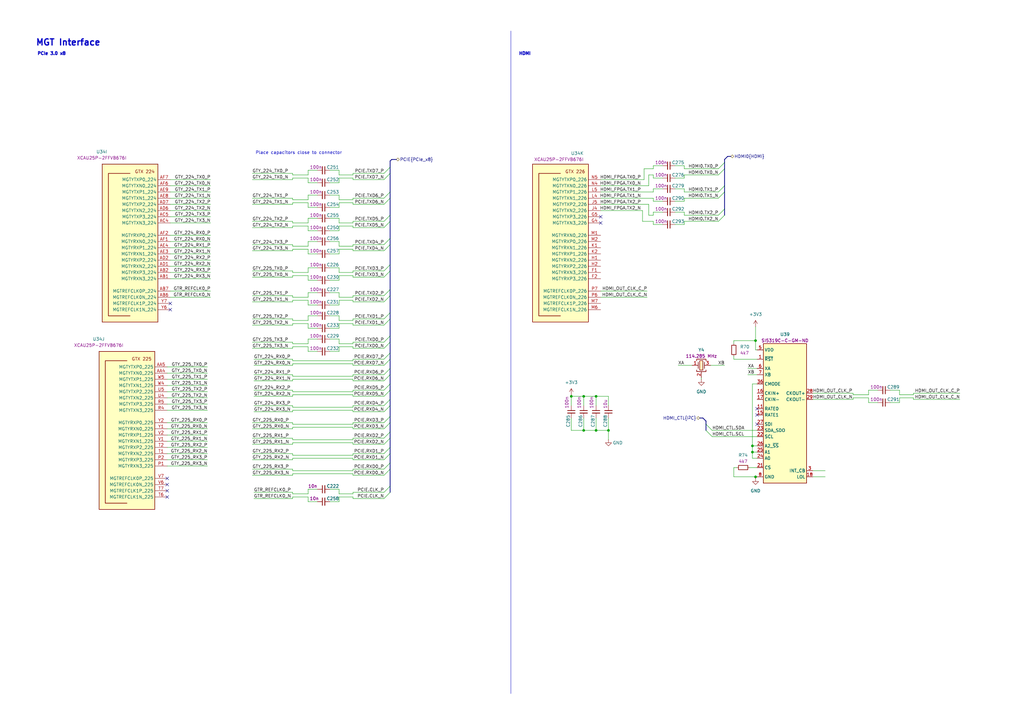
<source format=kicad_sch>
(kicad_sch (version 20230121) (generator eeschema)
  (paper "A3")
  (title_block (title "RDIMM DDR5 Tester") (date "2024-09-26") (rev "2.0.0") (comment 1 "www.antmicro.com") (comment 2 "Antmicro Ltd"))
  (junction (at 308.61 182.88))
  (junction (at 308.61 185.42))
  (junction (at 239.395 176.53))
  (junction (at 249.555 176.53))
  (junction (at 309.88 195.58))
  (junction (at 309.88 139.7))
  (junction (at 234.315 162.56))
  (junction (at 244.475 176.53))
  (junction (at 244.475 162.56))
  (junction (at 239.395 162.56))
  (no_connect (at 69.85 124.46))
  (no_connect (at 310.515 167.64))
  (no_connect (at 68.58 196.215))
  (no_connect (at 246.38 88.9))
  (no_connect (at 68.58 198.755))
  (no_connect (at 246.38 91.44))
  (no_connect (at 310.515 173.99))
  (no_connect (at 310.515 170.18))
  (no_connect (at 68.58 203.835))
  (no_connect (at 68.58 201.295))
  (no_connect (at 69.85 127))
  (bus_entry (at 292.1 179.07) (size -2.54 -2.54))
  (bus_entry (at 157.48 100.33) (size 2.54 -2.54))
  (bus_entry (at 157.48 111.125) (size 2.54 -2.54))
  (bus_entry (at 157.48 156.21) (size 2.54 -2.54))
  (bus_entry (at 294.64 69.215) (size 2.54 -2.54))
  (bus_entry (at 157.48 121.285) (size 2.54 -2.54))
  (bus_entry (at 157.48 73.66) (size 2.54 -2.54))
  (bus_entry (at 157.48 153.67) (size 2.54 -2.54))
  (bus_entry (at 157.48 194.945) (size 2.54 -2.54))
  (bus_entry (at 157.48 147.32) (size 2.54 -2.54))
  (bus_entry (at 157.48 166.37) (size 2.54 -2.54))
  (bus_entry (at 294.64 90.805) (size 2.54 -2.54))
  (bus_entry (at 294.64 71.755) (size 2.54 -2.54))
  (bus_entry (at 157.48 133.35) (size 2.54 -2.54))
  (bus_entry (at 157.48 149.86) (size 2.54 -2.54))
  (bus_entry (at 292.1 176.53) (size -2.54 -2.54))
  (bus_entry (at 157.48 102.87) (size 2.54 -2.54))
  (bus_entry (at 157.48 130.81) (size 2.54 -2.54))
  (bus_entry (at 157.48 204.47) (size 2.54 -2.54))
  (bus_entry (at 157.48 90.805) (size 2.54 -2.54))
  (bus_entry (at 157.48 83.82) (size 2.54 -2.54))
  (bus_entry (at 157.48 142.875) (size 2.54 -2.54))
  (bus_entry (at 157.48 93.345) (size 2.54 -2.54))
  (bus_entry (at 157.48 71.12) (size 2.54 -2.54))
  (bus_entry (at 157.48 182.245) (size 2.54 -2.54))
  (bus_entry (at 157.48 179.705) (size 2.54 -2.54))
  (bus_entry (at 157.48 81.28) (size 2.54 -2.54))
  (bus_entry (at 157.48 123.825) (size 2.54 -2.54))
  (bus_entry (at 157.48 113.665) (size 2.54 -2.54))
  (bus_entry (at 294.64 88.265) (size 2.54 -2.54))
  (bus_entry (at 294.64 78.74) (size 2.54 -2.54))
  (bus_entry (at 157.48 173.355) (size 2.54 -2.54))
  (bus_entry (at 157.48 188.595) (size 2.54 -2.54))
  (bus_entry (at 157.48 162.56) (size 2.54 -2.54))
  (bus_entry (at 294.64 81.28) (size 2.54 -2.54))
  (bus_entry (at 157.48 160.02) (size 2.54 -2.54))
  (bus_entry (at 157.48 201.93) (size 2.54 -2.54))
  (bus_entry (at 157.48 192.405) (size 2.54 -2.54))
  (bus_entry (at 157.48 186.055) (size 2.54 -2.54))
  (bus_entry (at 157.48 175.895) (size 2.54 -2.54))
  (bus_entry (at 157.48 140.335) (size 2.54 -2.54))
  (bus_entry (at 157.48 168.91) (size 2.54 -2.54))
  (wire (pts (xy 130.175 120.015) (xy 126.365 120.015)))
  (wire (pts (xy 144.78 73.025) (xy 144.78 73.66)))
  (wire (pts (xy 126.365 202.565) (xy 120.015 202.565)))
  (wire (pts (xy 126.365 140.97) (xy 120.015 140.97)))
  (wire (pts (xy 368.935 160.02) (xy 368.935 161.925)))
  (wire (pts (xy 120.015 90.805) (xy 120.015 91.44)))
  (wire (pts (xy 234.315 176.53) (xy 234.315 171.45)))
  (wire (pts (xy 264.16 69.215) (xy 267.97 69.215)))
  (wire (pts (xy 126.365 69.85) (xy 126.365 71.755)))
  (wire (pts (xy 300.99 139.7) (xy 309.88 139.7)))
  (wire (pts (xy 120.015 162.56) (xy 120.015 161.925)))
  (wire (pts (xy 120.015 160.655) (xy 144.78 160.655)))
  (wire (pts (xy 120.015 81.28) (xy 120.015 81.915)))
  (wire (pts (xy 244.475 166.37) (xy 244.475 162.56)))
  (wire (pts (xy 280.67 69.215) (xy 280.67 67.945)))
  (wire (pts (xy 135.255 109.855) (xy 139.065 109.855)))
  (wire (pts (xy 68.58 175.895) (xy 85.09 175.895)))
  (wire (pts (xy 68.58 186.055) (xy 85.09 186.055)))
  (wire (pts (xy 130.175 139.065) (xy 126.365 139.065)))
  (wire (pts (xy 120.015 186.055) (xy 103.505 186.055)))
  (wire (pts (xy 157.48 179.705) (xy 144.78 179.705)))
  (wire (pts (xy 280.67 88.265) (xy 280.67 86.995)))
  (wire (pts (xy 120.015 156.21) (xy 120.015 155.575)))
  (bus (pts (xy 160.02 121.285) (xy 160.02 128.27)))
  (wire (pts (xy 144.78 156.21) (xy 157.48 156.21)))
  (wire (pts (xy 139.065 71.755) (xy 144.78 71.755)))
  (wire (pts (xy 69.85 73.66) (xy 86.36 73.66)))
  (wire (pts (xy 120.015 130.81) (xy 103.505 130.81)))
  (bus (pts (xy 297.18 85.725) (xy 297.18 88.265)))
  (wire (pts (xy 139.065 132.715) (xy 139.065 134.62)))
  (wire (pts (xy 120.015 187.96) (xy 144.78 187.96)))
  (wire (pts (xy 139.065 73.025) (xy 139.065 74.93)))
  (wire (pts (xy 126.365 89.535) (xy 126.365 91.44)))
  (wire (pts (xy 130.175 80.01) (xy 126.365 80.01)))
  (wire (pts (xy 68.58 153.035) (xy 85.09 153.035)))
  (wire (pts (xy 120.015 93.345) (xy 103.505 93.345)))
  (wire (pts (xy 85.09 191.135) (xy 68.58 191.135)))
  (wire (pts (xy 349.885 161.29) (xy 349.885 161.925)))
  (wire (pts (xy 130.175 125.095) (xy 126.365 125.095)))
  (wire (pts (xy 120.015 133.35) (xy 103.505 133.35)))
  (wire (pts (xy 120.015 201.93) (xy 120.015 202.565)))
  (wire (pts (xy 68.58 158.115) (xy 85.09 158.115)))
  (wire (pts (xy 266.065 83.82) (xy 266.065 88.265)))
  (wire (pts (xy 120.015 194.31) (xy 144.78 194.31)))
  (wire (pts (xy 139.065 132.715) (xy 144.78 132.715)))
  (bus (pts (xy 160.02 68.58) (xy 160.02 71.12)))
  (wire (pts (xy 157.48 166.37) (xy 144.78 166.37)))
  (wire (pts (xy 120.015 182.245) (xy 120.015 181.61)))
  (wire (pts (xy 144.78 111.76) (xy 144.78 111.125)))
  (bus (pts (xy 160.02 153.67) (xy 160.02 157.48)))
  (wire (pts (xy 308.61 187.96) (xy 310.515 187.96)))
  (wire (pts (xy 374.65 161.29) (xy 374.65 161.925)))
  (wire (pts (xy 157.48 111.125) (xy 144.78 111.125)))
  (wire (pts (xy 144.78 187.96) (xy 144.78 188.595)))
  (wire (pts (xy 130.175 109.855) (xy 126.365 109.855)))
  (bus (pts (xy 297.18 66.675) (xy 297.18 69.215)))
  (bus (pts (xy 297.18 76.2) (xy 297.18 78.74)))
  (wire (pts (xy 266.065 88.265) (xy 267.97 88.265)))
  (wire (pts (xy 267.97 73.025) (xy 267.97 71.755)))
  (wire (pts (xy 104.14 147.32) (xy 120.015 147.32)))
  (bus (pts (xy 297.18 78.74) (xy 297.18 85.725)))
  (wire (pts (xy 271.78 82.55) (xy 267.97 82.55)))
  (wire (pts (xy 139.065 69.85) (xy 139.065 71.755)))
  (wire (pts (xy 135.255 99.06) (xy 139.065 99.06)))
  (wire (pts (xy 104.14 153.67) (xy 120.015 153.67)))
  (bus (pts (xy 160.02 160.02) (xy 160.02 163.83)))
  (wire (pts (xy 349.885 161.29) (xy 333.375 161.29)))
  (wire (pts (xy 69.85 76.2) (xy 86.36 76.2)))
  (bus (pts (xy 160.02 108.585) (xy 160.02 111.125)))
  (wire (pts (xy 135.255 89.535) (xy 139.065 89.535)))
  (wire (pts (xy 126.365 91.44) (xy 120.015 91.44)))
  (wire (pts (xy 276.86 77.47) (xy 280.67 77.47)))
  (wire (pts (xy 103.505 194.945) (xy 120.015 194.945)))
  (wire (pts (xy 308.61 182.88) (xy 308.61 185.42)))
  (wire (pts (xy 157.48 201.93) (xy 144.78 201.93)))
  (wire (pts (xy 300.99 140.97) (xy 300.99 139.7)))
  (wire (pts (xy 267.97 86.995) (xy 267.97 88.265)))
  (wire (pts (xy 292.1 179.07) (xy 310.515 179.07)))
  (bus (pts (xy 160.02 192.405) (xy 160.02 199.39)))
  (wire (pts (xy 309.88 195.58) (xy 309.88 196.215)))
  (wire (pts (xy 86.36 119.38) (xy 69.85 119.38)))
  (wire (pts (xy 144.78 83.82) (xy 157.48 83.82)))
  (wire (pts (xy 139.065 99.06) (xy 139.065 100.965)))
  (wire (pts (xy 244.475 176.53) (xy 239.395 176.53)))
  (wire (pts (xy 120.015 83.82) (xy 103.505 83.82)))
  (wire (pts (xy 360.045 165.1) (xy 356.235 165.1)))
  (wire (pts (xy 120.015 193.04) (xy 144.78 193.04)))
  (wire (pts (xy 368.935 163.195) (xy 368.935 165.1)))
  (wire (pts (xy 120.015 113.665) (xy 103.505 113.665)))
  (wire (pts (xy 246.38 73.66) (xy 264.16 73.66)))
  (wire (pts (xy 126.365 121.92) (xy 120.015 121.92)))
  (wire (pts (xy 69.85 96.52) (xy 86.36 96.52)))
  (wire (pts (xy 139.065 92.71) (xy 144.78 92.71)))
  (wire (pts (xy 120.015 140.335) (xy 103.505 140.335)))
  (wire (pts (xy 139.065 109.855) (xy 139.065 111.76)))
  (wire (pts (xy 120.015 186.055) (xy 120.015 186.69)))
  (wire (pts (xy 276.86 73.025) (xy 280.67 73.025)))
  (wire (pts (xy 271.78 73.025) (xy 267.97 73.025)))
  (wire (pts (xy 300.99 147.32) (xy 300.99 146.05)))
  (wire (pts (xy 306.705 151.13) (xy 310.515 151.13)))
  (wire (pts (xy 271.78 67.945) (xy 267.97 67.945)))
  (wire (pts (xy 139.065 113.03) (xy 139.065 114.935)))
  (wire (pts (xy 157.48 121.285) (xy 144.78 121.285)))
  (wire (pts (xy 126.365 134.62) (xy 126.365 132.715)))
  (wire (pts (xy 271.78 92.075) (xy 267.97 92.075)))
  (wire (pts (xy 144.78 91.44) (xy 144.78 90.805)))
  (wire (pts (xy 69.85 121.92) (xy 86.36 121.92)))
  (bus (pts (xy 160.02 71.12) (xy 160.02 78.74)))
  (wire (pts (xy 144.78 180.34) (xy 144.78 179.705)))
  (wire (pts (xy 144.78 142.875) (xy 157.48 142.875)))
  (wire (pts (xy 120.015 192.405) (xy 120.015 193.04)))
  (wire (pts (xy 139.065 91.44) (xy 144.78 91.44)))
  (wire (pts (xy 120.015 102.87) (xy 103.505 102.87)))
  (wire (pts (xy 135.255 144.145) (xy 139.065 144.145)))
  (wire (pts (xy 280.67 81.28) (xy 280.67 82.55)))
  (wire (pts (xy 120.015 175.26) (xy 144.78 175.26)))
  (wire (pts (xy 120.015 130.81) (xy 120.015 131.445)))
  (wire (pts (xy 287.655 154.94) (xy 287.655 155.575)))
  (wire (pts (xy 68.58 183.515) (xy 85.09 183.515)))
  (wire (pts (xy 68.58 168.275) (xy 85.09 168.275)))
  (wire (pts (xy 135.255 139.065) (xy 139.065 139.065)))
  (wire (pts (xy 157.48 140.335) (xy 144.78 140.335)))
  (wire (pts (xy 276.86 86.995) (xy 280.67 86.995)))
  (wire (pts (xy 144.78 149.86) (xy 157.48 149.86)))
  (wire (pts (xy 280.67 71.755) (xy 294.64 71.755)))
  (wire (pts (xy 120.015 153.67) (xy 120.015 154.305)))
  (bus (pts (xy 160.02 97.79) (xy 160.02 100.33)))
  (wire (pts (xy 104.14 156.21) (xy 120.015 156.21)))
  (wire (pts (xy 157.48 130.81) (xy 144.78 130.81)))
  (wire (pts (xy 130.175 114.935) (xy 126.365 114.935)))
  (bus (pts (xy 160.02 100.33) (xy 160.02 108.585)))
  (bus (pts (xy 289.56 172.72) (xy 289.56 173.99)))
  (bus (pts (xy 160.02 111.125) (xy 160.02 118.745)))
  (wire (pts (xy 139.065 203.835) (xy 139.065 205.74)))
  (wire (pts (xy 135.255 74.93) (xy 139.065 74.93)))
  (wire (pts (xy 69.85 99.06) (xy 86.36 99.06)))
  (wire (pts (xy 144.78 202.565) (xy 144.78 201.93)))
  (wire (pts (xy 130.175 129.54) (xy 126.365 129.54)))
  (wire (pts (xy 126.365 144.145) (xy 126.365 142.24)))
  (wire (pts (xy 68.58 163.195) (xy 85.09 163.195)))
  (wire (pts (xy 68.58 150.495) (xy 85.09 150.495)))
  (bus (pts (xy 160.02 173.355) (xy 160.02 177.165)))
  (wire (pts (xy 126.365 200.66) (xy 126.365 202.565)))
  (wire (pts (xy 69.85 106.68) (xy 86.36 106.68)))
  (wire (pts (xy 120.015 188.595) (xy 120.015 187.96)))
  (wire (pts (xy 104.14 149.86) (xy 120.015 149.86)))
  (wire (pts (xy 120.015 121.285) (xy 103.505 121.285)))
  (bus (pts (xy 160.02 186.055) (xy 160.02 189.865)))
  (wire (pts (xy 246.38 121.92) (xy 265.43 121.92)))
  (wire (pts (xy 120.015 186.69) (xy 144.78 186.69)))
  (wire (pts (xy 135.255 205.74) (xy 139.065 205.74)))
  (wire (pts (xy 244.475 171.45) (xy 244.475 176.53)))
  (wire (pts (xy 139.065 92.71) (xy 139.065 94.615)))
  (wire (pts (xy 139.065 120.015) (xy 139.065 121.92)))
  (wire (pts (xy 120.015 173.355) (xy 120.015 173.99)))
  (wire (pts (xy 139.065 81.915) (xy 144.78 81.915)))
  (wire (pts (xy 126.365 100.965) (xy 120.015 100.965)))
  (wire (pts (xy 120.015 166.37) (xy 120.015 167.005)))
  (wire (pts (xy 139.065 111.76) (xy 144.78 111.76)))
  (wire (pts (xy 130.175 69.85) (xy 126.365 69.85)))
  (wire (pts (xy 239.395 162.56) (xy 244.475 162.56)))
  (wire (pts (xy 139.065 89.535) (xy 139.065 91.44)))
  (wire (pts (xy 239.395 176.53) (xy 234.315 176.53)))
  (bus (pts (xy 160.02 78.74) (xy 160.02 81.28)))
  (wire (pts (xy 135.255 120.015) (xy 139.065 120.015)))
  (wire (pts (xy 68.58 180.975) (xy 85.09 180.975)))
  (wire (pts (xy 144.78 93.345) (xy 157.48 93.345)))
  (wire (pts (xy 126.365 111.76) (xy 120.015 111.76)))
  (wire (pts (xy 69.85 101.6) (xy 86.36 101.6)))
  (wire (pts (xy 126.365 104.14) (xy 130.175 104.14)))
  (wire (pts (xy 126.365 94.615) (xy 126.365 92.71)))
  (wire (pts (xy 69.85 111.76) (xy 86.36 111.76)))
  (wire (pts (xy 144.78 100.965) (xy 144.78 100.33)))
  (bus (pts (xy 160.02 199.39) (xy 160.02 201.93)))
  (wire (pts (xy 309.88 195.58) (xy 310.515 195.58)))
  (wire (pts (xy 356.235 160.02) (xy 356.235 161.925)))
  (bus (pts (xy 287.02 171.45) (xy 288.29 171.45)))
  (wire (pts (xy 249.555 180.34) (xy 249.555 176.53)))
  (wire (pts (xy 139.065 202.565) (xy 144.78 202.565)))
  (wire (pts (xy 120.015 192.405) (xy 103.505 192.405)))
  (wire (pts (xy 120.015 111.125) (xy 103.505 111.125)))
  (wire (pts (xy 246.38 86.36) (xy 263.525 86.36)))
  (wire (pts (xy 144.78 121.92) (xy 144.78 121.285)))
  (wire (pts (xy 120.015 121.285) (xy 120.015 121.92)))
  (wire (pts (xy 68.58 165.735) (xy 85.09 165.735)))
  (wire (pts (xy 130.175 85.09) (xy 126.365 85.09)))
  (wire (pts (xy 144.78 182.245) (xy 157.48 182.245)))
  (wire (pts (xy 144.78 149.225) (xy 144.78 149.86)))
  (wire (pts (xy 144.78 83.185) (xy 144.78 83.82)))
  (wire (pts (xy 120.015 167.005) (xy 144.78 167.005)))
  (wire (pts (xy 157.48 160.02) (xy 144.78 160.02)))
  (wire (pts (xy 130.175 205.74) (xy 126.365 205.74)))
  (wire (pts (xy 104.14 162.56) (xy 120.015 162.56)))
  (wire (pts (xy 126.365 85.09) (xy 126.365 83.185)))
  (wire (pts (xy 144.78 81.915) (xy 144.78 81.28)))
  (bus (pts (xy 160.02 90.805) (xy 160.02 97.79)))
  (bus (pts (xy 160.02 81.28) (xy 160.02 88.265)))
  (wire (pts (xy 120.015 160.02) (xy 120.015 160.655)))
  (wire (pts (xy 104.14 168.91) (xy 120.015 168.91)))
  (wire (pts (xy 139.065 123.19) (xy 144.78 123.19)))
  (wire (pts (xy 120.015 173.99) (xy 144.78 173.99)))
  (wire (pts (xy 126.365 205.74) (xy 126.365 203.835)))
  (wire (pts (xy 246.38 76.2) (xy 266.065 76.2)))
  (wire (pts (xy 120.015 71.12) (xy 120.015 71.755)))
  (wire (pts (xy 157.48 90.805) (xy 144.78 90.805)))
  (wire (pts (xy 365.125 165.1) (xy 368.935 165.1)))
  (wire (pts (xy 246.38 83.82) (xy 266.065 83.82)))
  (wire (pts (xy 120.015 204.47) (xy 120.015 203.835)))
  (wire (pts (xy 126.365 139.065) (xy 126.365 140.97)))
  (wire (pts (xy 120.015 81.28) (xy 103.505 81.28)))
  (wire (pts (xy 126.365 104.14) (xy 126.365 102.235)))
  (wire (pts (xy 120.015 93.345) (xy 120.015 92.71)))
  (wire (pts (xy 139.065 140.97) (xy 144.78 140.97)))
  (wire (pts (xy 266.065 71.755) (xy 267.97 71.755)))
  (wire (pts (xy 120.015 168.91) (xy 120.015 168.275)))
  (bus (pts (xy 160.02 137.795) (xy 160.02 140.335)))
  (wire (pts (xy 69.85 104.14) (xy 86.36 104.14)))
  (wire (pts (xy 144.78 168.275) (xy 144.78 168.91)))
  (bus (pts (xy 288.29 171.45) (xy 289.56 172.72)))
  (wire (pts (xy 265.43 119.38) (xy 246.38 119.38)))
  (wire (pts (xy 157.48 147.32) (xy 144.78 147.32)))
  (wire (pts (xy 157.48 100.33) (xy 144.78 100.33)))
  (wire (pts (xy 276.86 92.075) (xy 280.67 92.075)))
  (wire (pts (xy 139.065 113.03) (xy 144.78 113.03)))
  (wire (pts (xy 120.015 154.305) (xy 144.78 154.305)))
  (bus (pts (xy 160.02 130.81) (xy 160.02 137.795)))
  (wire (pts (xy 139.065 102.235) (xy 144.78 102.235)))
  (wire (pts (xy 276.86 82.55) (xy 280.67 82.55)))
  (bus (pts (xy 160.02 177.165) (xy 160.02 179.705)))
  (wire (pts (xy 249.555 166.37) (xy 249.555 162.56)))
  (wire (pts (xy 135.255 200.66) (xy 139.065 200.66)))
  (wire (pts (xy 120.015 123.825) (xy 120.015 123.19)))
  (wire (pts (xy 139.065 123.19) (xy 139.065 125.095)))
  (wire (pts (xy 69.85 109.22) (xy 86.36 109.22)))
  (wire (pts (xy 246.38 78.74) (xy 267.97 78.74)))
  (wire (pts (xy 104.14 201.93) (xy 120.015 201.93)))
  (wire (pts (xy 69.85 91.44) (xy 86.36 91.44)))
  (wire (pts (xy 144.78 204.47) (xy 157.48 204.47)))
  (bus (pts (xy 160.02 170.815) (xy 160.02 173.355)))
  (wire (pts (xy 280.67 78.74) (xy 294.64 78.74)))
  (wire (pts (xy 280.67 71.755) (xy 280.67 73.025)))
  (wire (pts (xy 144.78 175.26) (xy 144.78 175.895)))
  (bus (pts (xy 299.72 64.135) (xy 298.45 64.135)))
  (wire (pts (xy 130.175 99.06) (xy 126.365 99.06)))
  (bus (pts (xy 160.02 147.32) (xy 160.02 151.13)))
  (wire (pts (xy 144.78 73.66) (xy 157.48 73.66)))
  (bus (pts (xy 162.56 65.405) (xy 160.655 65.405)))
  (wire (pts (xy 69.85 88.9) (xy 86.36 88.9)))
  (wire (pts (xy 234.315 161.925) (xy 234.315 162.56)))
  (wire (pts (xy 308.61 185.42) (xy 310.515 185.42)))
  (wire (pts (xy 144.78 147.955) (xy 144.78 147.32)))
  (wire (pts (xy 120.015 111.125) (xy 120.015 111.76)))
  (wire (pts (xy 144.78 181.61) (xy 144.78 182.245)))
  (wire (pts (xy 144.78 133.35) (xy 157.48 133.35)))
  (wire (pts (xy 120.015 147.32) (xy 120.015 147.955)))
  (wire (pts (xy 120.015 155.575) (xy 144.78 155.575)))
  (wire (pts (xy 120.015 133.35) (xy 120.015 132.715)))
  (bus (pts (xy 160.02 183.515) (xy 160.02 186.055)))
  (wire (pts (xy 249.555 162.56) (xy 244.475 162.56)))
  (wire (pts (xy 144.78 173.99) (xy 144.78 173.355)))
  (wire (pts (xy 126.365 81.915) (xy 120.015 81.915)))
  (wire (pts (xy 249.555 171.45) (xy 249.555 176.53)))
  (wire (pts (xy 68.58 178.435) (xy 85.09 178.435)))
  (wire (pts (xy 120.015 149.225) (xy 144.78 149.225)))
  (wire (pts (xy 144.78 160.655) (xy 144.78 160.02)))
  (wire (pts (xy 120.015 194.945) (xy 120.015 194.31)))
  (wire (pts (xy 120.015 179.705) (xy 120.015 180.34)))
  (wire (pts (xy 120.015 180.34) (xy 144.78 180.34)))
  (wire (pts (xy 144.78 188.595) (xy 157.48 188.595)))
  (wire (pts (xy 120.015 83.185) (xy 126.365 83.185)))
  (bus (pts (xy 289.56 173.99) (xy 289.56 176.53)))
  (wire (pts (xy 234.315 162.56) (xy 239.395 162.56)))
  (wire (pts (xy 144.78 102.235) (xy 144.78 102.87)))
  (wire (pts (xy 144.78 113.665) (xy 157.48 113.665)))
  (wire (pts (xy 393.7 161.29) (xy 374.65 161.29)))
  (wire (pts (xy 120.015 142.875) (xy 103.505 142.875)))
  (bus (pts (xy 160.02 157.48) (xy 160.02 160.02)))
  (wire (pts (xy 126.365 125.095) (xy 126.365 123.19)))
  (wire (pts (xy 130.175 200.66) (xy 126.365 200.66)))
  (wire (pts (xy 157.48 192.405) (xy 144.78 192.405)))
  (wire (pts (xy 135.255 69.85) (xy 139.065 69.85)))
  (wire (pts (xy 120.015 203.835) (xy 126.365 203.835)))
  (wire (pts (xy 349.885 163.83) (xy 349.885 163.195)))
  (wire (pts (xy 139.065 102.235) (xy 139.065 104.14)))
  (wire (pts (xy 69.85 78.74) (xy 86.36 78.74)))
  (wire (pts (xy 120.015 182.245) (xy 103.505 182.245)))
  (wire (pts (xy 139.065 142.24) (xy 139.065 144.145)))
  (wire (pts (xy 349.885 163.83) (xy 333.375 163.83)))
  (wire (pts (xy 157.48 186.055) (xy 144.78 186.055)))
  (wire (pts (xy 267.97 67.945) (xy 267.97 69.215)))
  (wire (pts (xy 120.015 73.66) (xy 120.015 73.025)))
  (wire (pts (xy 139.065 129.54) (xy 139.065 131.445)))
  (wire (pts (xy 271.78 86.995) (xy 267.97 86.995)))
  (wire (pts (xy 271.78 77.47) (xy 267.97 77.47)))
  (wire (pts (xy 126.365 129.54) (xy 126.365 131.445)))
  (wire (pts (xy 120.015 92.71) (xy 126.365 92.71)))
  (wire (pts (xy 239.395 176.53) (xy 239.395 171.45)))
  (bus (pts (xy 160.02 179.705) (xy 160.02 183.515)))
  (wire (pts (xy 368.935 161.925) (xy 374.65 161.925)))
  (wire (pts (xy 310.515 147.32) (xy 300.99 147.32)))
  (wire (pts (xy 104.14 204.47) (xy 120.015 204.47)))
  (wire (pts (xy 120.015 123.825) (xy 103.505 123.825)))
  (wire (pts (xy 374.65 163.83) (xy 393.7 163.83)))
  (wire (pts (xy 126.365 131.445) (xy 120.015 131.445)))
  (wire (pts (xy 126.365 71.755) (xy 120.015 71.755)))
  (wire (pts (xy 333.375 195.58) (xy 338.455 195.58)))
  (bus (pts (xy 160.02 66.04) (xy 160.02 68.58)))
  (wire (pts (xy 267.97 82.55) (xy 267.97 81.28)))
  (bus (pts (xy 160.02 88.265) (xy 160.02 90.805)))
  (wire (pts (xy 267.97 77.47) (xy 267.97 78.74)))
  (wire (pts (xy 144.78 161.925) (xy 144.78 162.56)))
  (wire (pts (xy 309.88 195.58) (xy 300.99 195.58)))
  (wire (pts (xy 120.015 113.03) (xy 126.365 113.03)))
  (wire (pts (xy 69.85 81.28) (xy 86.36 81.28)))
  (bus (pts (xy 160.02 144.78) (xy 160.02 147.32)))
  (wire (pts (xy 144.78 194.945) (xy 157.48 194.945)))
  (bus (pts (xy 160.655 65.405) (xy 160.02 66.04)))
  (bus (pts (xy 160.02 166.37) (xy 160.02 170.815)))
  (wire (pts (xy 135.255 80.01) (xy 139.065 80.01)))
  (wire (pts (xy 144.78 142.24) (xy 144.78 142.875)))
  (wire (pts (xy 120.015 90.805) (xy 103.505 90.805)))
  (wire (pts (xy 308.61 157.48) (xy 308.61 182.88)))
  (wire (pts (xy 157.48 173.355) (xy 144.78 173.355)))
  (wire (pts (xy 120.015 188.595) (xy 103.505 188.595)))
  (wire (pts (xy 120.015 147.955) (xy 144.78 147.955)))
  (wire (pts (xy 263.525 86.36) (xy 263.525 90.805)))
  (wire (pts (xy 120.015 168.275) (xy 144.78 168.275)))
  (wire (pts (xy 139.065 121.92) (xy 144.78 121.92)))
  (wire (pts (xy 120.015 123.19) (xy 126.365 123.19)))
  (wire (pts (xy 126.365 114.935) (xy 126.365 113.03)))
  (wire (pts (xy 126.365 109.855) (xy 126.365 111.76)))
  (wire (pts (xy 135.255 134.62) (xy 139.065 134.62)))
  (bus (pts (xy 160.02 163.83) (xy 160.02 166.37)))
  (wire (pts (xy 120.015 100.33) (xy 103.505 100.33)))
  (wire (pts (xy 144.78 123.825) (xy 157.48 123.825)))
  (wire (pts (xy 266.065 76.2) (xy 266.065 71.755)))
  (wire (pts (xy 234.315 166.37) (xy 234.315 162.56)))
  (wire (pts (xy 300.99 191.77) (xy 302.26 191.77)))
  (wire (pts (xy 144.78 140.97) (xy 144.78 140.335)))
  (wire (pts (xy 120.015 100.33) (xy 120.015 100.965)))
  (wire (pts (xy 139.065 83.185) (xy 139.065 85.09)))
  (wire (pts (xy 309.88 143.51) (xy 310.515 143.51)))
  (wire (pts (xy 139.065 80.01) (xy 139.065 81.915)))
  (wire (pts (xy 104.14 160.02) (xy 120.015 160.02)))
  (wire (pts (xy 120.015 140.335) (xy 120.015 140.97)))
  (wire (pts (xy 249.555 176.53) (xy 244.475 176.53)))
  (wire (pts (xy 310.515 157.48) (xy 308.61 157.48)))
  (wire (pts (xy 276.86 67.945) (xy 280.67 67.945)))
  (wire (pts (xy 130.175 94.615) (xy 126.365 94.615)))
  (wire (pts (xy 135.255 94.615) (xy 139.065 94.615)))
  (wire (pts (xy 374.65 163.195) (xy 374.65 163.83)))
  (wire (pts (xy 144.78 162.56) (xy 157.48 162.56)))
  (wire (pts (xy 139.065 142.24) (xy 144.78 142.24)))
  (wire (pts (xy 309.88 133.985) (xy 309.88 139.7)))
  (wire (pts (xy 239.395 166.37) (xy 239.395 162.56)))
  (wire (pts (xy 291.465 149.86) (xy 297.18 149.86)))
  (wire (pts (xy 120.015 102.87) (xy 120.015 102.235)))
  (bus (pts (xy 297.18 65.405) (xy 297.18 66.675)))
  (wire (pts (xy 120.015 73.66) (xy 103.505 73.66)))
  (wire (pts (xy 130.175 134.62) (xy 126.365 134.62)))
  (wire (pts (xy 139.065 83.185) (xy 144.78 83.185)))
  (wire (pts (xy 144.78 131.445) (xy 144.78 130.81)))
  (wire (pts (xy 126.365 99.06) (xy 126.365 100.965)))
  (wire (pts (xy 356.235 161.925) (xy 349.885 161.925)))
  (wire (pts (xy 308.61 185.42) (xy 308.61 187.96)))
  (bus (pts (xy 160.02 140.335) (xy 160.02 144.78)))
  (wire (pts (xy 144.78 168.91) (xy 157.48 168.91)))
  (bus (pts (xy 160.02 189.865) (xy 160.02 192.405)))
  (wire (pts (xy 120.015 71.12) (xy 103.505 71.12)))
  (wire (pts (xy 144.78 132.715) (xy 144.78 133.35)))
  (wire (pts (xy 135.255 125.095) (xy 139.065 125.095)))
  (wire (pts (xy 126.365 80.01) (xy 126.365 81.915)))
  (wire (pts (xy 144.78 193.04) (xy 144.78 192.405)))
  (wire (pts (xy 144.78 203.835) (xy 144.78 204.47)))
  (wire (pts (xy 157.48 81.28) (xy 144.78 81.28)))
  (wire (pts (xy 139.065 73.025) (xy 144.78 73.025)))
  (wire (pts (xy 144.78 154.305) (xy 144.78 153.67)))
  (wire (pts (xy 135.255 114.935) (xy 139.065 114.935)))
  (polyline (pts (xy 209.55 284.48) (xy 209.55 12.7)))
  (wire (pts (xy 307.34 191.77) (xy 310.515 191.77)))
  (wire (pts (xy 144.78 71.755) (xy 144.78 71.12)))
  (wire (pts (xy 308.61 182.88) (xy 310.515 182.88)))
  (wire (pts (xy 368.935 163.195) (xy 374.65 163.195)))
  (wire (pts (xy 144.78 175.895) (xy 157.48 175.895)))
  (wire (pts (xy 120.015 179.705) (xy 103.505 179.705)))
  (wire (pts (xy 135.255 104.14) (xy 139.065 104.14)))
  (wire (pts (xy 120.015 73.025) (xy 126.365 73.025)))
  (wire (pts (xy 144.78 113.03) (xy 144.78 113.665)))
  (wire (pts (xy 126.365 74.93) (xy 126.365 73.025)))
  (wire (pts (xy 120.015 181.61) (xy 144.78 181.61)))
  (wire (pts (xy 144.78 102.87) (xy 157.48 102.87)))
  (wire (pts (xy 144.78 194.31) (xy 144.78 194.945)))
  (wire (pts (xy 139.065 139.065) (xy 139.065 140.97)))
  (wire (pts (xy 69.85 83.82) (xy 86.36 83.82)))
  (wire (pts (xy 333.375 193.04) (xy 338.455 193.04)))
  (wire (pts (xy 306.705 153.67) (xy 310.515 153.67)))
  (wire (pts (xy 280.67 90.805) (xy 280.67 92.075)))
  (wire (pts (xy 68.58 160.655) (xy 85.09 160.655)))
  (wire (pts (xy 278.13 149.86) (xy 283.845 149.86)))
  (wire (pts (xy 120.015 175.895) (xy 120.015 175.26)))
  (wire (pts (xy 120.015 175.895) (xy 103.505 175.895)))
  (wire (pts (xy 130.175 74.93) (xy 126.365 74.93)))
  (wire (pts (xy 356.235 165.1) (xy 356.235 163.195)))
  (wire (pts (xy 120.015 102.235) (xy 126.365 102.235)))
  (wire (pts (xy 68.58 173.355) (xy 85.09 173.355)))
  (wire (pts (xy 69.85 86.36) (xy 86.36 86.36)))
  (wire (pts (xy 120.015 142.875) (xy 120.015 142.24)))
  (bus (pts (xy 160.02 151.13) (xy 160.02 153.67)))
  (wire (pts (xy 267.97 92.075) (xy 267.97 90.805)))
  (wire (pts (xy 120.015 149.86) (xy 120.015 149.225)))
  (wire (pts (xy 365.125 160.02) (xy 368.935 160.02)))
  (wire (pts (xy 120.015 83.82) (xy 120.015 83.185)))
  (wire (pts (xy 300.99 195.58) (xy 300.99 191.77)))
  (wire (pts (xy 263.525 90.805) (xy 267.97 90.805)))
  (wire (pts (xy 126.365 120.015) (xy 126.365 121.92)))
  (wire (pts (xy 280.67 90.805) (xy 294.64 90.805)))
  (wire (pts (xy 144.78 92.71) (xy 144.78 93.345)))
  (wire (pts (xy 130.175 89.535) (xy 126.365 89.535)))
  (wire (pts (xy 349.885 163.195) (xy 356.235 163.195)))
  (wire (pts (xy 280.67 78.74) (xy 280.67 77.47)))
  (wire (pts (xy 139.065 131.445) (xy 144.78 131.445)))
  (wire (pts (xy 104.14 166.37) (xy 120.015 166.37)))
  (bus (pts (xy 160.02 118.745) (xy 160.02 121.285)))
  (wire (pts (xy 280.67 81.28) (xy 294.64 81.28)))
  (wire (pts (xy 360.045 160.02) (xy 356.235 160.02)))
  (wire (pts (xy 120.015 173.355) (xy 103.505 173.355)))
  (bus (pts (xy 297.18 65.405) (xy 298.45 64.135)))
  (wire (pts (xy 280.67 69.215) (xy 294.64 69.215)))
  (wire (pts (xy 157.48 153.67) (xy 144.78 153.67)))
  (wire (pts (xy 139.065 203.835) (xy 144.78 203.835)))
  (wire (pts (xy 130.175 144.145) (xy 126.365 144.145)))
  (wire (pts (xy 135.255 85.09) (xy 139.065 85.09)))
  (wire (pts (xy 144.78 167.005) (xy 144.78 166.37)))
  (wire (pts (xy 86.36 114.3) (xy 69.85 114.3)))
  (wire (pts (xy 135.255 129.54) (xy 139.065 129.54)))
  (wire (pts (xy 120.015 132.715) (xy 126.365 132.715)))
  (wire (pts (xy 120.015 161.925) (xy 144.78 161.925)))
  (wire (pts (xy 144.78 186.69) (xy 144.78 186.055)))
  (wire (pts (xy 144.78 155.575) (xy 144.78 156.21)))
  (wire (pts (xy 292.1 176.53) (xy 310.515 176.53)))
  (bus (pts (xy 160.02 128.27) (xy 160.02 130.81)))
  (wire (pts (xy 120.015 142.24) (xy 126.365 142.24)))
  (wire (pts (xy 157.48 71.12) (xy 144.78 71.12)))
  (wire (pts (xy 139.065 100.965) (xy 144.78 100.965)))
  (wire (pts (xy 144.78 123.19) (xy 144.78 123.825)))
  (wire (pts (xy 264.16 73.66) (xy 264.16 69.215)))
  (wire (pts (xy 246.38 81.28) (xy 267.97 81.28)))
  (bus (pts (xy 297.18 69.215) (xy 297.18 76.2)))
  (wire (pts (xy 309.88 139.7) (xy 309.88 143.51)))
  (wire (pts (xy 139.065 200.66) (xy 139.065 202.565)))
  (wire (pts (xy 68.58 188.595) (xy 85.09 188.595)))
  (wire (pts (xy 280.67 88.265) (xy 294.64 88.265)))
  (wire (pts (xy 120.015 113.665) (xy 120.015 113.03)))
  (wire (pts (xy 68.58 155.575) (xy 85.09 155.575)))
  (text "Place capacitors close to connector" (at 104.775 63.5 0) (effects (font (size 1.27 1.27)) (justify left bottom)))
  (text "PCIe 3.0 x8" (at 15.24 22.86 0) (effects (font (size 1.27 1.27) (thickness 0.4978) bold) (justify left bottom)))
  (text "MGT Interface" (at 14.605 19.05 0) (effects (font (size 2.54 2.54) (thickness 0.4978) bold) (justify left bottom)))
  (text "HDMI" (at 212.725 22.86 0) (effects (font (size 1.27 1.27) (thickness 0.4978) bold) (justify left bottom)))
  (label "GTY_225_TX2_P" (at 85.09 160.655 180))
  (label "GTY_225_RX2_P" (at 103.505 186.055 0))
  (label "GTY_225_RX1_N" (at 103.505 182.245 0))
  (label "PCIE.TXD5_N" (at 157.48 93.345 180))
  (label "PCIE.TXD2_N" (at 157.48 123.825 180))
  (label "GTY_224_TX1_P" (at 103.505 81.28 0))
  (label "PCIE.TXD7_P" (at 157.48 71.12 180))
  (label "HDMI0.TX2_P" (at 294.64 88.265 180))
  (label "PCIE.RXD2_N" (at 157.48 182.245 180))
  (label "PCIE.RXD1_N" (at 157.48 188.595 180))
  (label "PCIE.TXD2_P" (at 157.48 121.285 180))
  (label "PCIE.RXD2_P" (at 157.48 179.705 180))
  (label "HDMI0.TX1_N" (at 294.64 81.28 180))
  (label "PCIE.TXD0_N" (at 157.48 142.875 180))
  (label "GTY_224_RX0_N" (at 86.36 99.06 180))
  (label "GTY_225_TX1_P" (at 85.09 155.575 180))
  (label "GTY_225_RX3_P" (at 103.505 192.405 0))
  (label "PCIE.RXD3_N" (at 157.48 175.895 180))
  (label "GTY_225_TX3_P" (at 103.505 140.335 0))
  (label "GTY_225_TX2_P" (at 103.505 130.81 0))
  (label "GTY_224_TX3_N" (at 86.36 91.44 180))
  (label "HDMI_CTL.SDA" (at 292.1 176.53 0))
  (label "GTY_225_TX1_N" (at 103.505 123.825 0))
  (label "GTY_224_TX0_P" (at 86.36 73.66 180))
  (label "GTY_224_TX1_N" (at 103.505 83.82 0))
  (label "GTY_224_TX3_P" (at 86.36 88.9 180))
  (label "GTR_REFCLK0_N" (at 104.14 204.47 0))
  (label "GTY_225_TX0_P" (at 85.09 150.495 180))
  (label "GTY_225_RX2_N" (at 103.505 188.595 0))
  (label "GTY_225_RX0_P" (at 85.09 173.355 180))
  (label "PCIE.RXD7_P" (at 157.48 147.32 180))
  (label "GTY_224_RX0_P" (at 86.36 96.52 180))
  (label "PCIE.TXD5_P" (at 157.48 90.805 180))
  (label "HDMI0.TX1_P" (at 294.64 78.74 180))
  (label "GTY_224_TX1_N" (at 86.36 81.28 180))
  (label "GTY_224_TX3_P" (at 103.505 100.33 0))
  (label "PCIE.CLK_N" (at 157.48 204.47 180))
  (label "PCIE.RXD4_N" (at 157.48 168.91 180))
  (label "PCIE.RXD4_P" (at 157.48 166.37 180))
  (label "GTY_224_TX0_N" (at 86.36 76.2 180))
  (label "GTY_224_RX2_P" (at 86.36 106.68 180))
  (label "GTY_224_RX1_P" (at 86.36 101.6 180))
  (label "HDMI_CTL.SCL" (at 292.1 179.07 0))
  (label "GTY_224_RX3_N" (at 86.36 114.3 180))
  (label "HDMI0.TX2_N" (at 294.64 90.805 180))
  (label "XB" (at 297.18 149.86 180))
  (label "PCIE.TXD4_P" (at 157.48 100.33 180))
  (label "GTY_225_TX3_N" (at 103.505 142.875 0))
  (label "HDMI_OUT_CLK_C_P" (at 393.7 161.29 180))
  (label "GTY_224_RX1_P" (at 104.14 153.67 0))
  (label "GTY_225_RX2_P" (at 85.09 183.515 180))
  (label "GTY_225_TX0_P" (at 103.505 111.125 0))
  (label "GTY_224_RX2_N" (at 86.36 109.22 180))
  (label "PCIE.TXD3_N" (at 157.48 113.665 180))
  (label "GTY_225_RX1_P" (at 103.505 179.705 0))
  (label "PCIE.RXD7_N" (at 157.48 149.86 180))
  (label "XA" (at 278.13 149.86 0))
  (label "GTY_224_TX0_N" (at 103.505 73.66 0))
  (label "GTY_224_TX2_N" (at 103.505 93.345 0))
  (label "GTR_REFCLK0_P" (at 104.14 201.93 0))
  (label "PCIE.RXD1_P" (at 157.48 186.055 180))
  (label "HDMI_OUT_CLK_N" (at 333.375 163.83 0))
  (label "GTY_224_TX3_N" (at 103.505 102.87 0))
  (label "HDMI_FPGA.TX1_P" (at 262.89 78.74 180))
  (label "GTY_225_RX3_P" (at 85.09 188.595 180))
  (label "PCIE.TXD1_P" (at 157.48 130.81 180))
  (label "PCIE.TXD4_N" (at 157.48 102.87 180))
  (label "GTY_224_TX2_P" (at 86.36 83.82 180))
  (label "GTY_224_RX3_P" (at 104.14 166.37 0))
  (label "GTY_225_TX2_N" (at 85.09 163.195 180))
  (label "HDMI_OUT_CLK_C_N" (at 393.7 163.83 180))
  (label "GTY_225_TX3_N" (at 85.09 168.275 180))
  (label "GTY_225_TX0_N" (at 103.505 113.665 0))
  (label "GTY_225_RX0_P" (at 103.505 173.355 0))
  (label "GTY_225_TX1_P" (at 103.505 121.285 0))
  (label "GTY_224_RX0_P" (at 104.14 147.32 0))
  (label "HDMI_FPGA.TX2_P" (at 262.89 83.82 180))
  (label "GTY_225_TX1_N" (at 85.09 158.115 180))
  (label "PCIE.TXD6_P" (at 157.48 81.28 180))
  (label "GTY_225_RX0_N" (at 103.505 175.895 0))
  (label "HDMI_FPGA.TX0_P" (at 262.89 73.66 180))
  (label "HDMI_FPGA.TX1_N" (at 262.89 81.28 180))
  (label "XB" (at 306.705 153.67 0))
  (label "GTY_224_TX0_P" (at 103.505 71.12 0))
  (label "GTY_224_RX1_N" (at 86.36 104.14 180))
  (label "PCIE.RXD0_P" (at 157.48 192.405 180))
  (label "GTY_225_TX2_N" (at 103.505 133.35 0))
  (label "GTY_225_RX1_N" (at 85.09 180.975 180))
  (label "GTY_225_RX3_N" (at 103.505 194.945 0))
  (label "PCIE.TXD3_P" (at 157.48 111.125 180))
  (label "PCIE.RXD3_P" (at 157.48 173.355 180))
  (label "GTY_224_RX3_P" (at 86.36 111.76 180))
  (label "GTY_225_RX3_N" (at 85.09 191.135 180))
  (label "PCIE.RXD6_P" (at 157.48 153.67 180))
  (label "XA" (at 306.705 151.13 0))
  (label "PCIE.CLK_P" (at 157.48 201.93 180))
  (label "GTR_REFCLK0_P" (at 86.36 119.38 180))
  (label "GTY_224_RX0_N" (at 104.14 149.86 0))
  (label "PCIE.TXD1_N" (at 157.48 133.35 180))
  (label "HDMI0.TX0_N" (at 294.64 71.755 180))
  (label "GTY_225_TX3_P" (at 85.09 165.735 180))
  (label "PCIE.TXD6_N" (at 157.48 83.82 180))
  (label "PCIE.RXD5_N" (at 157.48 162.56 180))
  (label "GTY_225_RX0_N" (at 85.09 175.895 180))
  (label "HDMI_OUT_CLK_C_N" (at 265.43 121.92 180))
  (label "HDMI_FPGA.TX0_N" (at 262.89 76.2 180))
  (label "PCIE.TXD0_P" (at 157.48 140.335 180))
  (label "HDMI_OUT_CLK_C_P" (at 265.43 119.38 180))
  (label "GTY_224_RX1_N" (at 104.14 156.21 0))
  (label "GTY_224_TX2_N" (at 86.36 86.36 180))
  (label "GTY_225_RX1_P" (at 85.09 178.435 180))
  (label "GTY_225_TX0_N" (at 85.09 153.035 180))
  (label "GTY_224_RX2_P" (at 104.14 160.02 0))
  (label "GTY_225_RX2_N" (at 85.09 186.055 180))
  (label "GTY_224_RX3_N" (at 104.14 168.91 0))
  (label "GTR_REFCLK0_N" (at 86.36 121.92 180))
  (label "HDMI0.TX0_P" (at 294.64 69.215 180))
  (label "HDMI_OUT_CLK_P" (at 333.375 161.29 0))
  (label "PCIE.RXD0_N" (at 157.48 194.945 180))
  (label "PCIE.RXD6_N" (at 157.48 156.21 180))
  (label "GTY_224_RX2_N" (at 104.14 162.56 0))
  (label "PCIE.TXD7_N" (at 157.48 73.66 180))
  (label "PCIE.RXD5_P" (at 157.48 160.02 180))
  (label "GTY_224_TX2_P" (at 103.505 90.805 0))
  (label "HDMI_FPGA.TX2_N" (at 262.89 86.36 180))
  (label "GTY_224_TX1_P" (at 86.36 78.74 180))
  (hierarchical_label "HDMI0{HDMI}" (shape bidirectional) (at 299.72 64.135 0))
  (hierarchical_label "PCIE{PCIe_x8}" (shape bidirectional) (at 162.56 65.405 0))
  (hierarchical_label "HDMI_CTL{I^{2}C}" (shape bidirectional) (at 287.02 171.45 180))
  (symbol (lib_id "antmicropower:+3V3") (at 234.315 161.925 0) (unit 1)
    (property "Reference" "#PWR0468" (effects hide))
    (property "Value" "+3V3" (at 234.315 156.845 0))
    (property "Author" "Antmicro" (effects hide))
    (property "License" "Apache-2.0" (effects hide))
  )
  (symbol (lib_id "antmicroCapacitors0402:C_100n_0402") (at 135.255 120.015 0) (mirror y) (unit 1)
    (property "Reference" "C227" (at 136.525 118.745 0))
    (property "Value" "C_100n_0402" (effects hide))
    (property "Footprint" "antmicro-footprints:C_0402_1005Metric" (effects hide))
    (property "Datasheet" "https://www.murata.com/products/productdetail?partno=GRM155R61H104KE14%23" (effects hide))
    (property "Manufacturer" "Murata" (effects hide))
    (property "MPN" "GRM155R61H104KE14D" (effects hide))
    (property "Val" "100n" (at 129.54 118.745 0))
    (property "License" "Apache-2.0" (effects hide))
    (property "Author" "Antmicro" (effects hide))
    (property "Voltage" "50V" (effects hide))
    (property "Dielectric" "X5R" (effects hide))
  )
  (symbol (lib_id "antmicropower:GND") (at 309.88 196.215 0) (unit 1)
    (property "Reference" "#PWR0473" (effects hide))
    (property "Value" "GND" (at 309.88 201.295 0))
    (property "Author" "Antmicro" (effects hide))
    (property "License" "Apache-2.0" (effects hide))
  )
  (symbol (lib_id "antmicroCapacitors0402:C_100n_0402") (at 365.125 160.02 0) (mirror y) (unit 1)
    (property "Reference" "C289" (at 366.395 158.75 0))
    (property "Value" "C_100n_0402" (effects hide))
    (property "Footprint" "antmicro-footprints:C_0402_1005Metric" (effects hide))
    (property "Datasheet" "https://www.murata.com/products/productdetail?partno=GRM155R61H104KE14%23" (effects hide))
    (property "Manufacturer" "Murata" (effects hide))
    (property "MPN" "GRM155R61H104KE14D" (effects hide))
    (property "Val" "100n" (at 359.41 158.75 0))
    (property "License" "Apache-2.0" (effects hide))
    (property "Author" "Antmicro" (effects hide))
    (property "Voltage" "50V" (effects hide))
    (property "Dielectric" "X5R" (effects hide))
  )
  (symbol (lib_id "antmicroFPGAChips:XCAU25P-2FFVB676I") (at 246.38 73.66 0) (mirror y) (unit 11)
    (property "Reference" "U34" (at 239.395 62.865 0) (effects (justify left)))
    (property "Value" "XCAU25P-2FFVB676I" (effects hide))
    (property "Footprint" "antmicro-footprints:BGA-676_27x27mm_Layout26x26_P1x1mm_FFVB676" (effects hide))
    (property "Datasheet" "https://docs.xilinx.com/viewer/book-attachment/2PXOpPtpaABIt0fkzeBLnw/hvbsEUaOT0OxFhln7VEVyA" (effects hide))
    (property "MPN" "XCAU25P-2FFVB676I" (at 239.395 65.405 0) (effects (justify left)))
    (property "Manufacturer" "AMD-Xilinx" (effects hide))
    (property "Author" "Antmicro" (effects hide))
    (property "License" "Apache-2.0" (effects hide))
  )
  (symbol (lib_id "antmicroFPGAChips:XCAU25P-2FFVB676I") (at 69.85 73.66 0) (mirror y) (unit 9)
    (property "Reference" "U34" (at 41.7485 62.23 0))
    (property "Value" "XCAU25P-2FFVB676I" (effects hide))
    (property "Footprint" "antmicro-footprints:BGA-676_27x27mm_Layout26x26_P1x1mm_FFVB676" (effects hide))
    (property "Datasheet" "https://docs.xilinx.com/viewer/book-attachment/2PXOpPtpaABIt0fkzeBLnw/hvbsEUaOT0OxFhln7VEVyA" (effects hide))
    (property "MPN" "XCAU25P-2FFVB676I" (at 41.7485 64.77 0))
    (property "Manufacturer" "AMD-Xilinx" (effects hide))
    (property "Author" "Antmicro" (effects hide))
    (property "License" "Apache-2.0" (effects hide))
  )
  (symbol (lib_id "antmicroCapacitors0402:C_100n_0402") (at 276.86 77.47 0) (mirror y) (unit 1)
    (property "Reference" "C279" (at 278.13 76.2 0))
    (property "Value" "C_100n_0402" (effects hide))
    (property "Footprint" "antmicro-footprints:C_0402_1005Metric" (effects hide))
    (property "Datasheet" "https://www.murata.com/products/productdetail?partno=GRM155R61H104KE14%23" (effects hide))
    (property "Manufacturer" "Murata" (effects hide))
    (property "MPN" "GRM155R61H104KE14D" (effects hide))
    (property "Val" "100n" (at 271.145 76.2 0))
    (property "License" "Apache-2.0" (effects hide))
    (property "Author" "Antmicro" (effects hide))
    (property "Voltage" "50V" (effects hide))
    (property "Dielectric" "X5R" (effects hide))
  )
  (symbol (lib_id "antmicroCapacitors0402:C_100n_0402") (at 234.315 166.37 270) (unit 1)
    (property "Reference" "C285" (at 233.045 172.72 0))
    (property "Value" "C_100n_0402" (effects hide))
    (property "Footprint" "antmicro-footprints:C_0402_1005Metric" (effects hide))
    (property "Datasheet" "https://www.murata.com/products/productdetail?partno=GRM155R61H104KE14%23" (effects hide))
    (property "MPN" "GRM155R61H104KE14D" (effects hide))
    (property "Manufacturer" "Murata" (effects hide))
    (property "License" "Apache-2.0" (effects hide))
    (property "Author" "Antmicro" (effects hide))
    (property "Val" "100n" (at 231.775 162.56 0) (effects (justify left bottom)))
    (property "Voltage" "50V" (effects hide))
    (property "Dielectric" "X5R" (effects hide))
  )
  (symbol (lib_id "antmicroCapacitors0402:C_100n_0402") (at 135.255 104.14 0) (mirror y) (unit 1)
    (property "Reference" "C257" (at 136.525 102.87 0))
    (property "Value" "C_100n_0402" (effects hide))
    (property "Footprint" "antmicro-footprints:C_0402_1005Metric" (effects hide))
    (property "Datasheet" "https://www.murata.com/products/productdetail?partno=GRM155R61H104KE14%23" (effects hide))
    (property "Manufacturer" "Murata" (effects hide))
    (property "MPN" "GRM155R61H104KE14D" (effects hide))
    (property "Val" "100n" (at 129.54 102.87 0))
    (property "License" "Apache-2.0" (effects hide))
    (property "Author" "Antmicro" (effects hide))
    (property "Voltage" "50V" (effects hide))
    (property "Dielectric" "X5R" (effects hide))
  )
  (symbol (lib_id "antmicroCapacitors0402:C_100n_0402") (at 244.475 166.37 270) (unit 1)
    (property "Reference" "C287" (at 243.205 172.72 0))
    (property "Value" "C_100n_0402" (effects hide))
    (property "Footprint" "antmicro-footprints:C_0402_1005Metric" (effects hide))
    (property "Datasheet" "https://www.murata.com/products/productdetail?partno=GRM155R61H104KE14%23" (effects hide))
    (property "MPN" "GRM155R61H104KE14D" (effects hide))
    (property "Manufacturer" "Murata" (effects hide))
    (property "License" "Apache-2.0" (effects hide))
    (property "Author" "Antmicro" (effects hide))
    (property "Val" "100n" (at 241.935 162.56 0) (effects (justify left bottom)))
    (property "Voltage" "50V" (effects hide))
    (property "Dielectric" "X5R" (effects hide))
  )
  (symbol (lib_id "antmicroCapacitors0402:C_100n_0402") (at 135.255 129.54 0) (mirror y) (unit 1)
    (property "Reference" "C228" (at 136.525 128.27 0))
    (property "Value" "C_100n_0402" (effects hide))
    (property "Footprint" "antmicro-footprints:C_0402_1005Metric" (effects hide))
    (property "Datasheet" "https://www.murata.com/products/productdetail?partno=GRM155R61H104KE14%23" (effects hide))
    (property "Manufacturer" "Murata" (effects hide))
    (property "MPN" "GRM155R61H104KE14D" (effects hide))
    (property "Val" "100n" (at 129.54 128.27 0))
    (property "License" "Apache-2.0" (effects hide))
    (property "Author" "Antmicro" (effects hide))
    (property "Voltage" "50V" (effects hide))
    (property "Dielectric" "X5R" (effects hide))
  )
  (symbol (lib_id "antmicroCapacitors0402:C_100n_0402") (at 239.395 166.37 270) (unit 1)
    (property "Reference" "C286" (at 238.125 172.72 0))
    (property "Value" "C_100n_0402" (effects hide))
    (property "Footprint" "antmicro-footprints:C_0402_1005Metric" (effects hide))
    (property "Datasheet" "https://www.murata.com/products/productdetail?partno=GRM155R61H104KE14%23" (effects hide))
    (property "MPN" "GRM155R61H104KE14D" (effects hide))
    (property "Manufacturer" "Murata" (effects hide))
    (property "License" "Apache-2.0" (effects hide))
    (property "Author" "Antmicro" (effects hide))
    (property "Val" "100n" (at 236.855 162.56 0) (effects (justify left bottom)))
    (property "Voltage" "50V" (effects hide))
    (property "Dielectric" "X5R" (effects hide))
  )
  (symbol (lib_id "antmicroCapacitors0402:C_100n_0402") (at 135.255 144.145 0) (mirror y) (unit 1)
    (property "Reference" "C232" (at 136.525 142.875 0))
    (property "Value" "C_100n_0402" (effects hide))
    (property "Footprint" "antmicro-footprints:C_0402_1005Metric" (effects hide))
    (property "Datasheet" "https://www.murata.com/products/productdetail?partno=GRM155R61H104KE14%23" (effects hide))
    (property "Manufacturer" "Murata" (effects hide))
    (property "MPN" "GRM155R61H104KE14D" (effects hide))
    (property "Val" "100n" (at 129.54 142.875 0))
    (property "License" "Apache-2.0" (effects hide))
    (property "Author" "Antmicro" (effects hide))
    (property "Voltage" "50V" (effects hide))
    (property "Dielectric" "X5R" (effects hide))
  )
  (symbol (lib_id "antmicroCapacitors0402:C_10n_0402") (at 130.175 200.66 0) (unit 1)
    (property "Reference" "C258" (at 136.525 204.47 0))
    (property "Value" "C_10n_0402" (effects hide))
    (property "Footprint" "antmicro-footprints:C_0402_1005Metric" (effects hide))
    (property "Datasheet" "https://www.murata.com/products/productdetail?partno=GRM155R71H103KA88%23" (effects hide))
    (property "MPN" "GRM155R71H103KA88D" (effects hide))
    (property "Manufacturer" "Murata" (effects hide))
    (property "License" "Apache-2.0" (effects hide))
    (property "Author" "Antmicro" (effects hide))
    (property "Val" "10n" (at 128.27 199.39 0))
    (property "Voltage" "50V" (effects hide))
    (property "Dielectric" "X7R" (effects hide))
  )
  (symbol (lib_id "antmicroCapacitors0402:C_100n_0402") (at 276.86 73.025 0) (mirror y) (unit 1)
    (property "Reference" "C276" (at 278.13 71.755 0))
    (property "Value" "C_100n_0402" (effects hide))
    (property "Footprint" "antmicro-footprints:C_0402_1005Metric" (effects hide))
    (property "Datasheet" "https://www.murata.com/products/productdetail?partno=GRM155R61H104KE14%23" (effects hide))
    (property "Manufacturer" "Murata" (effects hide))
    (property "MPN" "GRM155R61H104KE14D" (effects hide))
    (property "Val" "100n" (at 271.145 71.755 0))
    (property "License" "Apache-2.0" (effects hide))
    (property "Author" "Antmicro" (effects hide))
    (property "Voltage" "50V" (effects hide))
    (property "Dielectric" "X5R" (effects hide))
  )
  (symbol (lib_id "antmicroCapacitors0402:C_10n_0402") (at 130.175 205.74 0) (unit 1)
    (property "Reference" "C222" (at 136.525 199.39 0))
    (property "Value" "C_10n_0402" (effects hide))
    (property "Footprint" "antmicro-footprints:C_0402_1005Metric" (effects hide))
    (property "Datasheet" "https://www.murata.com/products/productdetail?partno=GRM155R71H103KA88%23" (effects hide))
    (property "MPN" "GRM155R71H103KA88D" (effects hide))
    (property "Manufacturer" "Murata" (effects hide))
    (property "License" "Apache-2.0" (effects hide))
    (property "Author" "Antmicro" (effects hide))
    (property "Val" "10n" (at 128.905 204.47 0))
    (property "Voltage" "50V" (effects hide))
    (property "Dielectric" "X7R" (effects hide))
  )
  (symbol (lib_id "antmicroCapacitors0402:C_100n_0402") (at 135.255 109.855 0) (mirror y) (unit 1)
    (property "Reference" "C226" (at 136.525 108.585 0))
    (property "Value" "C_100n_0402" (effects hide))
    (property "Footprint" "antmicro-footprints:C_0402_1005Metric" (effects hide))
    (property "Datasheet" "https://www.murata.com/products/productdetail?partno=GRM155R61H104KE14%23" (effects hide))
    (property "Manufacturer" "Murata" (effects hide))
    (property "MPN" "GRM155R61H104KE14D" (effects hide))
    (property "Val" "100n" (at 129.54 108.585 0))
    (property "License" "Apache-2.0" (effects hide))
    (property "Author" "Antmicro" (effects hide))
    (property "Voltage" "50V" (effects hide))
    (property "Dielectric" "X5R" (effects hide))
  )
  (symbol (lib_id "antmicroCapacitors0402:C_100n_0402") (at 365.125 165.1 0) (mirror y) (unit 1)
    (property "Reference" "C291" (at 366.395 163.83 0))
    (property "Value" "C_100n_0402" (effects hide))
    (property "Footprint" "antmicro-footprints:C_0402_1005Metric" (effects hide))
    (property "Datasheet" "https://www.murata.com/products/productdetail?partno=GRM155R61H104KE14%23" (effects hide))
    (property "Manufacturer" "Murata" (effects hide))
    (property "MPN" "GRM155R61H104KE14D" (effects hide))
    (property "Val" "100n" (at 359.41 163.83 0))
    (property "License" "Apache-2.0" (effects hide))
    (property "Author" "Antmicro" (effects hide))
    (property "Voltage" "50V" (effects hide))
    (property "Dielectric" "X5R" (effects hide))
  )
  (symbol (lib_id "antmicropower:GND") (at 249.555 180.34 0) (unit 1)
    (property "Reference" "#PWR0469" (effects hide))
    (property "Value" "GND" (at 253.365 181.61 0))
    (property "Author" "Antmicro" (effects hide))
    (property "License" "Apache-2.0" (effects hide))
  )
  (symbol (lib_id "antmicroCapacitors0402:C_100n_0402") (at 135.255 114.935 0) (mirror y) (unit 1)
    (property "Reference" "C230" (at 136.525 113.665 0))
    (property "Value" "C_100n_0402" (effects hide))
    (property "Footprint" "antmicro-footprints:C_0402_1005Metric" (effects hide))
    (property "Datasheet" "https://www.murata.com/products/productdetail?partno=GRM155R61H104KE14%23" (effects hide))
    (property "Manufacturer" "Murata" (effects hide))
    (property "MPN" "GRM155R61H104KE14D" (effects hide))
    (property "Val" "100n" (at 129.54 113.665 0))
    (property "License" "Apache-2.0" (effects hide))
    (property "Author" "Antmicro" (effects hide))
    (property "Voltage" "50V" (effects hide))
    (property "Dielectric" "X5R" (effects hide))
  )
  (symbol (lib_id "antmicroCapacitors0402:C_100n_0402") (at 130.175 94.615 0) (mirror x) (unit 1)
    (property "Reference" "C250" (at 136.525 93.345 0))
    (property "Value" "C_100n_0402" (effects hide))
    (property "Footprint" "antmicro-footprints:C_0402_1005Metric" (effects hide))
    (property "Datasheet" "https://www.murata.com/products/productdetail?partno=GRM155R61H104KE14%23" (effects hide))
    (property "Manufacturer" "Murata" (effects hide))
    (property "MPN" "GRM155R61H104KE14D" (effects hide))
    (property "Val" "100n" (at 129.54 93.345 0))
    (property "License" "Apache-2.0" (effects hide))
    (property "Author" "Antmicro" (effects hide))
    (property "Voltage" "50V" (effects hide))
    (property "Dielectric" "X5R" (effects hide))
  )
  (symbol (lib_id "antmicroCapacitors0402:C_100n_0402") (at 130.175 134.62 0) (mirror x) (unit 1)
    (property "Reference" "C233" (at 136.525 133.35 0))
    (property "Value" "C_100n_0402" (effects hide))
    (property "Footprint" "antmicro-footprints:C_0402_1005Metric" (effects hide))
    (property "Datasheet" "https://www.murata.com/products/productdetail?partno=GRM155R61H104KE14%23" (effects hide))
    (property "Manufacturer" "Murata" (effects hide))
    (property "MPN" "GRM155R61H104KE14D" (effects hide))
    (property "Val" "100n" (at 129.54 133.35 0))
    (property "License" "Apache-2.0" (effects hide))
    (property "Author" "Antmicro" (effects hide))
    (property "Voltage" "50V" (effects hide))
    (property "Dielectric" "X5R" (effects hide))
  )
  (symbol (lib_id "antmicroCapacitors0402:C_100n_0402") (at 135.255 89.535 0) (mirror y) (unit 1)
    (property "Reference" "C255" (at 136.525 88.265 0))
    (property "Value" "C_100n_0402" (effects hide))
    (property "Footprint" "antmicro-footprints:C_0402_1005Metric" (effects hide))
    (property "Datasheet" "https://www.murata.com/products/productdetail?partno=GRM155R61H104KE14%23" (effects hide))
    (property "Manufacturer" "Murata" (effects hide))
    (property "MPN" "GRM155R61H104KE14D" (effects hide))
    (property "Val" "100n" (at 129.54 88.265 0))
    (property "License" "Apache-2.0" (effects hide))
    (property "Author" "Antmicro" (effects hide))
    (property "Voltage" "50V" (effects hide))
    (property "Dielectric" "X5R" (effects hide))
  )
  (symbol (lib_id "antmicroCapacitors0402:C_100n_0402") (at 276.86 86.995 0) (mirror y) (unit 1)
    (property "Reference" "C292" (at 278.13 85.725 0))
    (property "Value" "C_100n_0402" (effects hide))
    (property "Footprint" "antmicro-footprints:C_0402_1005Metric" (effects hide))
    (property "Datasheet" "https://www.murata.com/products/productdetail?partno=GRM155R61H104KE14%23" (effects hide))
    (property "Manufacturer" "Murata" (effects hide))
    (property "MPN" "GRM155R61H104KE14D" (effects hide))
    (property "Val" "100n" (at 271.145 85.725 0))
    (property "License" "Apache-2.0" (effects hide))
    (property "Author" "Antmicro" (effects hide))
    (property "Voltage" "50V" (effects hide))
    (property "Dielectric" "X5R" (effects hide))
  )
  (symbol (lib_id "antmicroCapacitors0402:C_100n_0402") (at 276.86 67.945 0) (mirror y) (unit 1)
    (property "Reference" "C275" (at 278.13 66.675 0))
    (property "Value" "C_100n_0402" (effects hide))
    (property "Footprint" "antmicro-footprints:C_0402_1005Metric" (effects hide))
    (property "Datasheet" "https://www.murata.com/products/productdetail?partno=GRM155R61H104KE14%23" (effects hide))
    (property "Manufacturer" "Murata" (effects hide))
    (property "MPN" "GRM155R61H104KE14D" (effects hide))
    (property "Val" "100n" (at 271.145 66.675 0))
    (property "License" "Apache-2.0" (effects hide))
    (property "Author" "Antmicro" (effects hide))
    (property "Voltage" "50V" (effects hide))
    (property "Dielectric" "X5R" (effects hide))
  )
  (symbol (lib_id "antmicroClockTimingClockGeneratorsPLLsFrequencySynthesizers:SI5319C-C-GM-ND") (at 310.515 143.51 0) (unit 1)
    (property "Reference" "U39" (at 321.945 137.16 0))
    (property "Value" "SI5319C-C-GM-ND" (effects hide))
    (property "Footprint" "antmicro-footprints:QFN-36-1EP_6x6mm_P0.5mm_EP3.7x3.7mm" (effects hide))
    (property "Datasheet" "https://www.skyworksinc.com/-/media/Skyworks/SL/documents/public/data-sheets/Si5319.pdf" (effects hide))
    (property "MPN" "SI5319C-C-GM-ND" (at 321.945 139.7 0))
    (property "Manufacturer" "Skyworks Solutions" (effects hide))
    (property "Author" "Antmicro" (effects hide))
    (property "License" "Apache-2.0" (effects hide))
  )
  (symbol (lib_id "antmicroCapacitors0402:C_100n_0402") (at 276.86 82.55 0) (mirror y) (unit 1)
    (property "Reference" "C290" (at 278.13 81.28 0))
    (property "Value" "C_100n_0402" (effects hide))
    (property "Footprint" "antmicro-footprints:C_0402_1005Metric" (effects hide))
    (property "Datasheet" "https://www.murata.com/products/productdetail?partno=GRM155R61H104KE14%23" (effects hide))
    (property "Manufacturer" "Murata" (effects hide))
    (property "MPN" "GRM155R61H104KE14D" (effects hide))
    (property "Val" "100n" (at 271.145 81.28 0))
    (property "License" "Apache-2.0" (effects hide))
    (property "Author" "Antmicro" (effects hide))
    (property "Voltage" "50V" (effects hide))
    (property "Dielectric" "X5R" (effects hide))
  )
  (symbol (lib_id "antmicroCapacitors0402:C_100n_0402") (at 135.255 80.01 0) (mirror y) (unit 1)
    (property "Reference" "C253" (at 136.525 78.74 0))
    (property "Value" "C_100n_0402" (effects hide))
    (property "Footprint" "antmicro-footprints:C_0402_1005Metric" (effects hide))
    (property "Datasheet" "https://www.murata.com/products/productdetail?partno=GRM155R61H104KE14%23" (effects hide))
    (property "Manufacturer" "Murata" (effects hide))
    (property "MPN" "GRM155R61H104KE14D" (effects hide))
    (property "Val" "100n" (at 129.54 78.74 0))
    (property "License" "Apache-2.0" (effects hide))
    (property "Author" "Antmicro" (effects hide))
    (property "Voltage" "50V" (effects hide))
    (property "Dielectric" "X5R" (effects hide))
  )
  (symbol (lib_id "antmicropower:GND") (at 287.655 155.575 0) (unit 1)
    (property "Reference" "#PWR0471" (effects hide))
    (property "Value" "GND" (at 287.655 160.655 0))
    (property "Author" "Antmicro" (effects hide))
    (property "License" "Apache-2.0" (effects hide))
  )
  (symbol (lib_id "antmicroCapacitors0402:C_100n_0402") (at 135.255 69.85 0) (mirror y) (unit 1)
    (property "Reference" "C251" (at 136.525 68.58 0))
    (property "Value" "C_100n_0402" (effects hide))
    (property "Footprint" "antmicro-footprints:C_0402_1005Metric" (effects hide))
    (property "Datasheet" "https://www.murata.com/products/productdetail?partno=GRM155R61H104KE14%23" (effects hide))
    (property "Manufacturer" "Murata" (effects hide))
    (property "MPN" "GRM155R61H104KE14D" (effects hide))
    (property "Val" "100n" (at 129.54 68.58 0))
    (property "License" "Apache-2.0" (effects hide))
    (property "Author" "Antmicro" (effects hide))
    (property "Voltage" "50V" (effects hide))
    (property "Dielectric" "X5R" (effects hide))
  )
  (symbol (lib_id "antmicroResistors0402:R_4k7_0402") (at 300.99 146.05 90) (unit 1)
    (property "Reference" "R70" (at 303.53 142.24 90) (effects (justify right)))
    (property "Value" "R_4k7_0402" (effects hide))
    (property "Footprint" "antmicro-footprints:R_0402_1005Metric" (effects hide))
    (property "Datasheet" "https://www.bourns.com/docs/product-datasheets/cr.pdf" (effects hide))
    (property "MPN" "CR0402-FX-4701GLF" (effects hide))
    (property "Manufacturer" "Bourns" (effects hide))
    (property "License" "Apache-2.0" (effects hide))
    (property "Author" "Antmicro" (effects hide))
    (property "Val" "4k7" (at 303.53 144.78 90) (effects (justify right)))
    (property "Tolerance" "1%" (effects hide))
  )
  (symbol (lib_id "antmicroResonators:Resonator_114.285MHZ_ABM8") (at 283.845 149.86 0) (unit 1)
    (property "Reference" "Y4" (at 287.655 143.51 0))
    (property "Value" "Resonator_114.285MHZ_ABM8" (effects hide))
    (property "Footprint" "antmicro-footprints:Resonator_SMD_Abracon_ABM8G_3.2x2.5mm" (effects hide))
    (property "Datasheet" "https://abracon.com/Resonators/ABM8-166.pdf" (effects hide))
    (property "MPN" "ABM8-166-114.285MHZ-T2" (effects hide))
    (property "Manufacturer" "Abracon" (effects hide))
    (property "Author" "Antmicro" (effects hide))
    (property "License" "Apache-2.0" (effects hide))
    (property "Val" "114.285 MHz" (at 287.655 146.05 0))
  )
  (symbol (lib_id "antmicroFPGAChips:XCAU25P-2FFVB676I") (at 68.58 150.495 0) (mirror y) (unit 10)
    (property "Reference" "U34" (at 40.4785 139.065 0))
    (property "Value" "XCAU25P-2FFVB676I" (effects hide))
    (property "Footprint" "antmicro-footprints:BGA-676_27x27mm_Layout26x26_P1x1mm_FFVB676" (effects hide))
    (property "Datasheet" "https://docs.xilinx.com/viewer/book-attachment/2PXOpPtpaABIt0fkzeBLnw/hvbsEUaOT0OxFhln7VEVyA" (effects hide))
    (property "MPN" "XCAU25P-2FFVB676I" (at 40.4785 141.605 0))
    (property "Manufacturer" "AMD-Xilinx" (effects hide))
    (property "Author" "Antmicro" (effects hide))
    (property "License" "Apache-2.0" (effects hide))
  )
  (symbol (lib_id "antmicroCapacitors0402:C_100n_0402") (at 135.255 85.09 0) (mirror y) (unit 1)
    (property "Reference" "C254" (at 136.525 83.82 0))
    (property "Value" "C_100n_0402" (effects hide))
    (property "Footprint" "antmicro-footprints:C_0402_1005Metric" (effects hide))
    (property "Datasheet" "https://www.murata.com/products/productdetail?partno=GRM155R61H104KE14%23" (effects hide))
    (property "Manufacturer" "Murata" (effects hide))
    (property "MPN" "GRM155R61H104KE14D" (effects hide))
    (property "Val" "100n" (at 129.54 83.82 0))
    (property "License" "Apache-2.0" (effects hide))
    (property "Author" "Antmicro" (effects hide))
    (property "Voltage" "50V" (effects hide))
    (property "Dielectric" "X5R" (effects hide))
  )
  (symbol (lib_id "antmicroCapacitors0402:C_100n_0402") (at 135.255 74.93 0) (mirror y) (unit 1)
    (property "Reference" "C252" (at 136.525 73.66 0))
    (property "Value" "C_100n_0402" (effects hide))
    (property "Footprint" "antmicro-footprints:C_0402_1005Metric" (effects hide))
    (property "Datasheet" "https://www.murata.com/products/productdetail?partno=GRM155R61H104KE14%23" (effects hide))
    (property "Manufacturer" "Murata" (effects hide))
    (property "MPN" "GRM155R61H104KE14D" (effects hide))
    (property "Val" "100n" (at 129.54 73.66 0))
    (property "License" "Apache-2.0" (effects hide))
    (property "Author" "Antmicro" (effects hide))
    (property "Voltage" "50V" (effects hide))
    (property "Dielectric" "X5R" (effects hide))
  )
  (symbol (lib_id "antmicroCapacitors0402:C_100n_0402") (at 135.255 139.065 0) (mirror y) (unit 1)
    (property "Reference" "C229" (at 136.525 137.795 0))
    (property "Value" "C_100n_0402" (effects hide))
    (property "Footprint" "antmicro-footprints:C_0402_1005Metric" (effects hide))
    (property "Datasheet" "https://www.murata.com/products/productdetail?partno=GRM155R61H104KE14%23" (effects hide))
    (property "Manufacturer" "Murata" (effects hide))
    (property "MPN" "GRM155R61H104KE14D" (effects hide))
    (property "Val" "100n" (at 129.54 137.795 0))
    (property "License" "Apache-2.0" (effects hide))
    (property "Author" "Antmicro" (effects hide))
    (property "Voltage" "50V" (effects hide))
    (property "Dielectric" "X5R" (effects hide))
  )
  (symbol (lib_id "antmicropower:+3V3") (at 309.88 133.985 0) (unit 1)
    (property "Reference" "#PWR0472" (effects hide))
    (property "Value" "+3V3" (at 309.88 128.905 0))
    (property "Author" "Antmicro" (effects hide))
    (property "License" "Apache-2.0" (effects hide))
  )
  (symbol (lib_id "antmicroCapacitors0402:C_100n_0402") (at 276.86 92.075 0) (mirror y) (unit 1)
    (property "Reference" "C293" (at 278.13 90.805 0))
    (property "Value" "C_100n_0402" (effects hide))
    (property "Footprint" "antmicro-footprints:C_0402_1005Metric" (effects hide))
    (property "Datasheet" "https://www.murata.com/products/productdetail?partno=GRM155R61H104KE14%23" (effects hide))
    (property "Manufacturer" "Murata" (effects hide))
    (property "MPN" "GRM155R61H104KE14D" (effects hide))
    (property "Val" "100n" (at 271.145 90.805 0))
    (property "License" "Apache-2.0" (effects hide))
    (property "Author" "Antmicro" (effects hide))
    (property "Voltage" "50V" (effects hide))
    (property "Dielectric" "X5R" (effects hide))
  )
  (symbol (lib_id "antmicroCapacitors0402:C_100n_0402") (at 135.255 125.095 0) (mirror y) (unit 1)
    (property "Reference" "C231" (at 136.525 123.825 0))
    (property "Value" "C_100n_0402" (effects hide))
    (property "Footprint" "antmicro-footprints:C_0402_1005Metric" (effects hide))
    (property "Datasheet" "https://www.murata.com/products/productdetail?partno=GRM155R61H104KE14%23" (effects hide))
    (property "Manufacturer" "Murata" (effects hide))
    (property "MPN" "GRM155R61H104KE14D" (effects hide))
    (property "Val" "100n" (at 129.54 123.825 0))
    (property "License" "Apache-2.0" (effects hide))
    (property "Author" "Antmicro" (effects hide))
    (property "Voltage" "50V" (effects hide))
    (property "Dielectric" "X5R" (effects hide))
  )
  (symbol (lib_id "antmicroResistors0402:R_4k7_0402") (at 302.26 191.77 0) (unit 1)
    (property "Reference" "R74" (at 304.8 186.69 0))
    (property "Value" "R_4k7_0402" (effects hide))
    (property "Footprint" "antmicro-footprints:R_0402_1005Metric" (effects hide))
    (property "Datasheet" "https://www.bourns.com/docs/product-datasheets/cr.pdf" (effects hide))
    (property "MPN" "CR0402-FX-4701GLF" (effects hide))
    (property "Manufacturer" "Bourns" (effects hide))
    (property "License" "Apache-2.0" (effects hide))
    (property "Author" "Antmicro" (effects hide))
    (property "Val" "4k7" (at 304.8 189.23 0))
    (property "Tolerance" "1%" (effects hide))
  )
  (symbol (lib_id "antmicroCapacitors0402:C_10u_10V_0402") (at 249.555 171.45 90) (unit 1)
    (property "Reference" "C288" (at 248.285 170.18 0) (effects (justify right)))
    (property "Value" "C_10u_10V_0402" (effects hide))
    (property "Footprint" "antmicro-footprints:C_0402_1005Metric" (effects hide))
    (property "Datasheet" "https://www.murata.com/products/productdetail?partno=GRM155R61A106ME11%23" (effects hide))
    (property "MPN" "GRM155R61A106ME11D" (effects hide))
    (property "Manufacturer" "Murata" (effects hide))
    (property "License" "Apache-2.0" (effects hide))
    (property "Author" "Antmicro" (effects hide))
    (property "Val" "10u" (at 248.285 163.83 0) (effects (justify right)))
    (property "Voltage" "10V" (effects hide))
    (property "Dielectric" "X5R" (effects hide))
  )
  (symbol (lib_id "antmicroCapacitors0402:C_100n_0402") (at 135.255 99.06 0) (mirror y) (unit 1)
    (property "Reference" "C256" (at 136.525 97.79 0))
    (property "Value" "C_100n_0402" (effects hide))
    (property "Footprint" "antmicro-footprints:C_0402_1005Metric" (effects hide))
    (property "Datasheet" "https://www.murata.com/products/productdetail?partno=GRM155R61H104KE14%23" (effects hide))
    (property "Manufacturer" "Murata" (effects hide))
    (property "MPN" "GRM155R61H104KE14D" (effects hide))
    (property "Val" "100n" (at 129.54 97.79 0))
    (property "License" "Apache-2.0" (effects hide))
    (property "Author" "Antmicro" (effects hide))
    (property "Voltage" "50V" (effects hide))
    (property "Dielectric" "X5R" (effects hide))
  )
)
</source>
